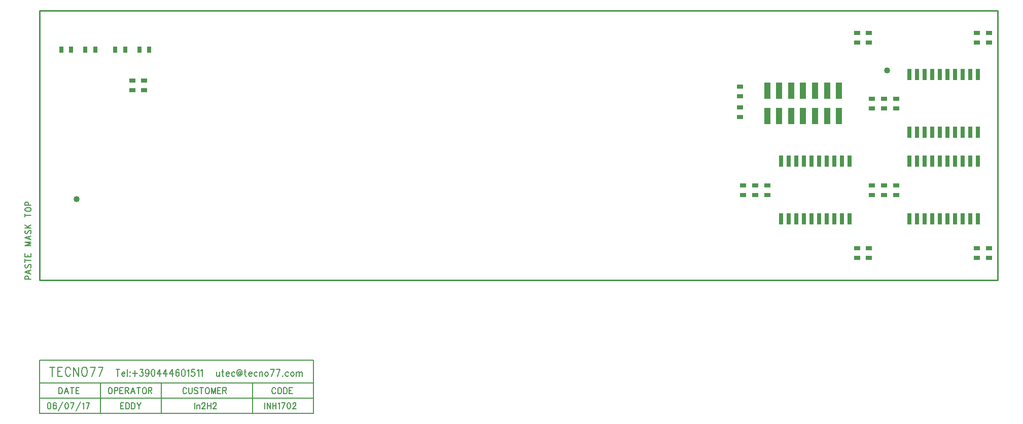
<source format=gbr>
%FSLAX35Y35*%
%MOIN*%
%SFA1.000B1.000*%

G04 Copyright (c) 2015-2018 in2H2 inc.
G04 System developed for in2H2 inc. by Intermotion Technology, Inc.
G04 
G04 Full system RTL, C sources and board design files available at https://github.com/nearist
G04 
G04 in2H2 inc. Team Members:
G04 - Chris McCormick - Algorithm Research and Design
G04 - Matt McCormick - Board Production, System Q/A
G04 
G04 Intermotion Technology Inc. Team Members:
G04 - Mick Fandrich - Project Lead
G04 - Dr. Ludovico Minati - Board Architecture and Design, FPGA Technology Advisor
G04 - Vardan Movsisyan - RTL Team Lead
G04 - Khachatur Gyozalyan - RTL Design
G04 - Tigran Papazyan - RTL Design
G04 - Taron Harutyunyan - RTL Design
G04 - Hayk Ghaltaghchyan - System Software
G04 
G04 Tecno77 S.r.l. Team Members:
G04 - Stefano Aldrigo, Board Layout Design
G04 
G04 We dedicate this project to the memory of Bruce McCormick, an AI pioneer
G04 and advocate, a good friend and father.
G04 
G04 These materials are provided free of charge: you can redistribute them and/or modify  
G04 them under the terms of the GNU General Public License as published by  
G04 the Free Software Foundation, version 3.
G04 
G04 These materials are distributed in the hope that they will be useful, but 
G04 WITHOUT ANY WARRANTY; without even the implied warranty of 
G04 MERCHANTABILITY or FITNESS FOR A PARTICULAR PURPOSE. See the GNU 
G04 General Public License for more details.
G04 In particular, this design should be treated as UNVERIFIED and UNCERTIFIED
G04 
G04 You should have received a copy of the GNU General Public License 
G04 along with this design. If not, see <http://www.gnu.org/licenses/>.

%FSLAX35Y35*%
%MOIN*%
%SFA1.000B1.000*%

%MIA0B0*%
%IPPOS*%
%ADD11C,0.00800*%
%ADD12R,0.04000X0.03000*%
%ADD13R,0.03000X0.04000*%
%ADD16R,0.03937X0.10827*%
%ADD18R,0.02500X0.07500*%
%ADD20C,0.04000*%
%ADD21C,0.00984*%
%ADD25C,0.00700*%
%LNpastemasktop.gb*%
%LPD*%
G54D12*X637402Y262649D03*Y256249D03*X168898Y224753D03*Y231153D03*X662992Y162255D03*Y155855D03*X716142Y262649D03*Y256249D03*X637402Y114517D03*Y120917D03*X716142Y114517D03*Y120917D03*X662992Y219342D03*Y212942D03*X578346Y162255D03*Y155855D03*X560630Y213436D03*Y207036D03*X645276Y256249D03*Y262649D03*X562598Y155855D03*Y162255D03*X570472D03*Y155855D03*X161024Y231153D03*Y224753D03*X647244Y155855D03*Y162255D03*X655118D03*Y155855D03*X724016Y256249D03*Y262649D03*X645276Y120917D03*Y114517D03*X724016Y120917D03*Y114517D03*X647244Y212942D03*Y219342D03*X655118D03*Y212942D03*X560630Y227216D03*Y220816D03*G54D13*X120917Y251575D03*X114517D03*X156350D03*X149950D03*X136665D03*X130265D03*X172098D03*X165698D03*G54D16*X578347Y207776D03*Y224508D03*X586221Y207776D03*Y224508D03*X594095Y207776D03*Y224508D03*X601969Y207776D03*Y224508D03*X609843Y207776D03*Y224508D03*X617717Y207776D03*Y224508D03*X625591Y207776D03*Y224508D03*G54D18*X671988Y197142D03*X676988D03*X681988D03*X686988D03*X691988D03*X696988D03*X701988D03*X706988D03*X711988D03*X716988D03*Y235142D03*X711988D03*X706988D03*X701988D03*X696988D03*X691988D03*X686988D03*X681988D03*X676988D03*X671988D03*X587343Y140055D03*X592343D03*X597343D03*X602343D03*X607343D03*X612343D03*X617343D03*X622343D03*X627343D03*X632343D03*Y178055D03*X627343D03*X622343D03*X617343D03*X612343D03*X607343D03*X602343D03*X597343D03*X592343D03*X587343D03*X671988Y140055D03*X676988D03*X681988D03*X686988D03*X691988D03*X696988D03*X701988D03*X706988D03*X711988D03*X716988D03*Y178055D03*X711988D03*X706988D03*X701988D03*X696988D03*X691988D03*X686988D03*X681988D03*X676988D03*X671988D03*G54D20*X124606Y153150D03*X657087Y237795D03*G54D11*X140000Y32224D02*G01Y12224D01*X180000Y32224D02*G01Y12224D01*X240000Y32224D02*G01Y12224D01*X100000Y47224D02*G01X280000D01*Y12224*X100000*Y47224*Y32224D02*G01X280000D01*X100000Y22224D02*G01X280000D01*X108491Y42662D02*G01Y36624D01*X106900Y42662D02*G01X110082D01*X112127D02*G01Y36624D01*Y42662D02*G01X115082D01*X112127Y39787D02*G01X113945D01*X112127Y36624D02*G01X115082D01*X120536Y41224D02*G01X120309Y41799D01*X119855Y42374*X119400Y42662*X118491*X118036Y42374*X117582Y41799*X117355Y41224*X117127Y40362*Y38924*X117355Y38062*X117582Y37487*X118036Y36912*X118491Y36624*X119400*X119855Y36912*X120309Y37487*X120536Y38062*X122582Y42662D02*G01Y36624D01*Y42662D02*G01X125764Y36624D01*Y42662D02*G01Y36624D01*X129173Y42662D02*G01X128718Y42374D01*X128264Y41799*X128036Y41224*X127809Y40362*Y38924*X128036Y38062*X128264Y37487*X128718Y36912*X129173Y36624*X130082*X130536Y36912*X130991Y37487*X131218Y38062*X131445Y38924*Y40362*X131218Y41224*X130991Y41799*X130536Y42374*X130082Y42662*X129173*X136673D02*G01X134400Y36624D01*X133491Y42662D02*G01X136673D01*X141900D02*G01X139627Y36624D01*X138718Y42662D02*G01X141900D01*G54D21*X100003Y277165D02*G01X729924D01*Y100000*X100003*Y277165*G54D25*X151543Y41037D02*G01Y36574D01*X150350Y41037D02*G01X152736D01*X154270Y38274D02*G01X156316D01*Y38699*X156145Y39124*X155975Y39337*X155634Y39549*X155123*X154782Y39337*X154441Y38912*X154270Y38274*Y37849*X154441Y37212*X154782Y36787*X155123Y36574*X155634*X155975Y36787*X156316Y37212*X157850Y41037D02*G01Y36574D01*X159555Y39549D02*G01X159384Y39337D01*X159555Y39124*X159725Y39337*X159555Y39549*Y36999D02*G01X159384Y36787D01*X159555Y36574*X159725Y36787*X159555Y36999*X162793Y40399D02*G01Y36574D01*X161259Y38487D02*G01X164327D01*X166202Y41037D02*G01X168077D01*X167055Y39337*X167566*X167907Y39124*X168077Y38912*X168248Y38274*Y37849*X168077Y37212*X167736Y36787*X167225Y36574*X166714*X166202Y36787*X166032Y36999*X165861Y37424*X171998Y39549D02*G01X171827Y38912D01*X171486Y38487*X170975Y38274*X170805*X170293Y38487*X169952Y38912*X169782Y39549*Y39762*X169952Y40399*X170293Y40824*X170805Y41037*X170975*X171486Y40824*X171827Y40399*X171998Y39549*Y38487*X171827Y37424*X171486Y36787*X170975Y36574*X170634*X170123Y36787*X169952Y37212*X174555Y41037D02*G01X174043Y40824D01*X173702Y40187*X173532Y39124*Y38487*X173702Y37424*X174043Y36787*X174555Y36574*X174895*X175407Y36787*X175748Y37424*X175918Y38487*Y39124*X175748Y40187*X175407Y40824*X174895Y41037*X174555*X179157D02*G01X177452Y38062D01*X180009*X179157Y41037D02*G01Y36574D01*X183248Y41037D02*G01X181543Y38062D01*X184100*X183248Y41037D02*G01Y36574D01*X187339Y41037D02*G01X185634Y38062D01*X188191*X187339Y41037D02*G01Y36574D01*X191770Y40399D02*G01X191600Y40824D01*X191089Y41037*X190748*X190236Y40824*X189895Y40187*X189725Y39124*Y38062*X189895Y37212*X190236Y36787*X190748Y36574*X190918*X191430Y36787*X191770Y37212*X191941Y37849*Y38062*X191770Y38699*X191430Y39124*X190918Y39337*X190748*X190236Y39124*X189895Y38699*X189725Y38062*X194498Y41037D02*G01X193986Y40824D01*X193645Y40187*X193475Y39124*Y38487*X193645Y37424*X193986Y36787*X194498Y36574*X194839*X195350Y36787*X195691Y37424*X195861Y38487*Y39124*X195691Y40187*X195350Y40824*X194839Y41037*X194498*X197395Y40187D02*G01X197736Y40399D01*X198248Y41037*Y36574*X201998Y41037D02*G01X200293D01*X200123Y39124*X200293Y39337*X200805Y39549*X201316*X201827Y39337*X202168Y38912*X202339Y38274*X202168Y37849*X201998Y37212*X201657Y36787*X201145Y36574*X200634*X200123Y36787*X199952Y36999*X199782Y37424*X203873Y40187D02*G01X204214Y40399D01*X204725Y41037*Y36574*X206259Y40187D02*G01X206600Y40399D01*X207111Y41037*Y36574*X216486Y39549D02*G01Y37424D01*X216657Y36787*X216998Y36574*X217509*X217850Y36787*X218361Y37424*Y39549D02*G01Y36574D01*X220407Y41037D02*G01Y37424D01*X220577Y36787*X220918Y36574*X221259*X219895Y39549D02*G01X221089D01*X222793Y38274D02*G01X224839D01*Y38699*X224668Y39124*X224498Y39337*X224157Y39549*X223645*X223305Y39337*X222964Y38912*X222793Y38274*Y37849*X222964Y37212*X223305Y36787*X223645Y36574*X224157*X224498Y36787*X224839Y37212*X228418Y38912D02*G01X228077Y39337D01*X227736Y39549*X227225*X226884Y39337*X226543Y38912*X226373Y38274*Y37849*X226543Y37212*X226884Y36787*X227225Y36574*X227736*X228077Y36787*X228418Y37212*X232168Y36787D02*G01X231486D01*X230634Y36999*X230293Y37424*X229952Y38274*Y39337*X230293Y40399*X230634Y40824*X232168*X232680Y40399*X233020Y39762*X233191Y38699*X233020Y37849*X232850Y37637*X232168Y37424D02*G01X231998Y37637D01*Y39762*Y39337D02*G01X231657Y39549D01*X231316*X230975Y39337*X230805Y38912*Y38487*X230975Y38062*X231316Y37849*X231657*X231998Y38062*X232168Y37424D02*G01X232680D01*X232850Y37637*X235236Y41037D02*G01Y37424D01*X235407Y36787*X235748Y36574*X236089*X234725Y39549D02*G01X235918D01*X237623Y38274D02*G01X239668D01*Y38699*X239498Y39124*X239327Y39337*X238986Y39549*X238475*X238134Y39337*X237793Y38912*X237623Y38274*Y37849*X237793Y37212*X238134Y36787*X238475Y36574*X238986*X239327Y36787*X239668Y37212*X243248Y38912D02*G01X242907Y39337D01*X242566Y39549*X242055*X241714Y39337*X241373Y38912*X241202Y38274*Y37849*X241373Y37212*X241714Y36787*X242055Y36574*X242566*X242907Y36787*X243248Y37212*X244782Y39549D02*G01Y36574D01*Y38699D02*G01X245293Y39337D01*X245634Y39549*X246145*X246486Y39337*X246657Y38699*Y36574*X249043Y39549D02*G01X248702Y39337D01*X248361Y38912*X248191Y38274*Y37849*X248361Y37212*X248702Y36787*X249043Y36574*X249555*X249895Y36787*X250236Y37212*X250407Y37849*Y38274*X250236Y38912*X249895Y39337*X249555Y39549*X249043*X254327Y41037D02*G01X252623Y36574D01*X251941Y41037D02*G01X254327D01*X258248D02*G01X256543Y36574D01*X255861Y41037D02*G01X258248D01*X259952Y36999D02*G01X259782Y36787D01*X259952Y36574*X260123Y36787*X259952Y36999*X263702Y38912D02*G01X263361Y39337D01*X263020Y39549*X262509*X262168Y39337*X261827Y38912*X261657Y38274*Y37849*X261827Y37212*X262168Y36787*X262509Y36574*X263020*X263361Y36787*X263702Y37212*X266089Y39549D02*G01X265748Y39337D01*X265407Y38912*X265236Y38274*Y37849*X265407Y37212*X265748Y36787*X266089Y36574*X266600*X266941Y36787*X267282Y37212*X267452Y37849*Y38274*X267282Y38912*X266941Y39337*X266600Y39549*X266089*X268986D02*G01Y36574D01*Y38699D02*G01X269498Y39337D01*X269839Y39549*X270350*X270691Y39337*X270861Y38699*Y36574*Y38699D02*G01X271373Y39337D01*X271714Y39549*X272225*X272566Y39337*X272736Y38699*Y36574*X153452Y19209D02*G01Y15074D01*Y19209D02*G01X155520D01*X153452Y17240D02*G01X154725D01*X153452Y15074D02*G01X155520D01*X156952Y19209D02*G01Y15074D01*Y19209D02*G01X158066D01*X158543Y19012*X158861Y18618*X159020Y18224*X159180Y17634*Y16649*X159020Y16059*X158861Y15665*X158543Y15271*X158066Y15074*X156952*X160611Y19209D02*G01Y15074D01*Y19209D02*G01X161725D01*X162202Y19012*X162520Y18618*X162680Y18224*X162839Y17634*Y16649*X162680Y16059*X162520Y15665*X162202Y15271*X161725Y15074*X160611*X164270Y19209D02*G01X165543Y17240D01*Y15074*X166816Y19209D02*G01X165543Y17240D01*X106384Y19209D02*G01X105907Y19012D01*X105589Y18421*X105430Y17437*Y16846*X105589Y15862*X105907Y15271*X106384Y15074*X106702*X107180Y15271*X107498Y15862*X107657Y16846*Y17437*X107498Y18421*X107180Y19012*X106702Y19209*X106384*X110998Y18618D02*G01X110839Y19012D01*X110361Y19209*X110043*X109566Y19012*X109248Y18421*X109089Y17437*Y16453*X109248Y15665*X109566Y15271*X110043Y15074*X110202*X110680Y15271*X110998Y15665*X111157Y16256*Y16453*X110998Y17043*X110680Y17437*X110202Y17634*X110043*X109566Y17437*X109248Y17043*X109089Y16453*X115452Y19996D02*G01X112589Y13696D01*X117839Y19209D02*G01X117361Y19012D01*X117043Y18421*X116884Y17437*Y16846*X117043Y15862*X117361Y15271*X117839Y15074*X118157*X118634Y15271*X118952Y15862*X119111Y16846*Y17437*X118952Y18421*X118634Y19012*X118157Y19209*X117839*X122770D02*G01X121180Y15074D01*X120543Y19209D02*G01X122770D01*X127066Y19996D02*G01X124202Y13696D01*X128498Y18421D02*G01X128816Y18618D01*X129293Y19209*Y15074*X132952Y19209D02*G01X131361Y15074D01*X130725Y19209D02*G01X132952D01*X248248D02*G01Y15074D01*X249680Y19209D02*G01Y15074D01*Y19209D02*G01X251907Y15074D01*Y19209D02*G01Y15074D01*X253339Y19209D02*G01Y15074D01*X255566Y19209D02*G01Y15074D01*X253339Y17240D02*G01X255566D01*X256998Y18421D02*G01X257316Y18618D01*X257793Y19209*Y15074*X261452Y19209D02*G01X259861Y15074D01*X259225Y19209D02*G01X261452D01*X263839D02*G01X263361Y19012D01*X263043Y18421*X262884Y17437*Y16846*X263043Y15862*X263361Y15271*X263839Y15074*X264157*X264634Y15271*X264952Y15862*X265111Y16846*Y17437*X264952Y18421*X264634Y19012*X264157Y19209*X263839*X266702Y18224D02*G01Y18421D01*X266861Y18815*X267020Y19012*X267339Y19209*X267975*X268293Y19012*X268452Y18815*X268611Y18421*Y18028*X268452Y17634*X268134Y17043*X266543Y15074*X268770*X112850Y29209D02*G01Y25074D01*Y29209D02*G01X113964D01*X114441Y29012*X114759Y28618*X114918Y28224*X115077Y27634*Y26649*X114918Y26059*X114759Y25665*X114441Y25271*X113964Y25074*X112850*X117782Y29209D02*G01X116509Y25074D01*X117782Y29209D02*G01X119055Y25074D01*X116986Y26453D02*G01X118577D01*X121600Y29209D02*G01Y25074D01*X120486Y29209D02*G01X122714D01*X124145D02*G01Y25074D01*Y29209D02*G01X126214D01*X124145Y27240D02*G01X125418D01*X124145Y25074D02*G01X126214D01*X146305Y29209D02*G01X145986Y29012D01*X145668Y28618*X145509Y28224*X145350Y27634*Y26649*X145509Y26059*X145668Y25665*X145986Y25271*X146305Y25074*X146941*X147259Y25271*X147577Y25665*X147736Y26059*X147895Y26649*Y27634*X147736Y28224*X147577Y28618*X147259Y29012*X146941Y29209*X146305*X149327D02*G01Y25074D01*Y29209D02*G01X150759D01*X151236Y29012*X151395Y28815*X151555Y28421*Y27831*X151395Y27437*X151236Y27240*X150759Y27043*X149327*X152986Y29209D02*G01Y25074D01*Y29209D02*G01X155055D01*X152986Y27240D02*G01X154259D01*X152986Y25074D02*G01X155055D01*X156486Y29209D02*G01Y25074D01*Y29209D02*G01X157918D01*X158395Y29012*X158555Y28815*X158714Y28421*Y28028*X158555Y27634*X158395Y27437*X157918Y27240*X156486*X157600D02*G01X158714Y25074D01*X161418Y29209D02*G01X160145Y25074D01*X161418Y29209D02*G01X162691Y25074D01*X160623Y26453D02*G01X162214D01*X165236Y29209D02*G01Y25074D01*X164123Y29209D02*G01X166350D01*X168736D02*G01X168418Y29012D01*X168100Y28618*X167941Y28224*X167782Y27634*Y26649*X167941Y26059*X168100Y25665*X168418Y25271*X168736Y25074*X169373*X169691Y25271*X170009Y25665*X170168Y26059*X170327Y26649*Y27634*X170168Y28224*X170009Y28618*X169691Y29012*X169373Y29209*X168736*X171759D02*G01Y25074D01*Y29209D02*G01X173191D01*X173668Y29012*X173827Y28815*X173986Y28421*Y28028*X173827Y27634*X173668Y27437*X173191Y27240*X171759*X172873D02*G01X173986Y25074D01*X196736Y28224D02*G01X196577Y28618D01*X196259Y29012*X195941Y29209*X195305*X194986Y29012*X194668Y28618*X194509Y28224*X194350Y27634*Y26649*X194509Y26059*X194668Y25665*X194986Y25271*X195305Y25074*X195941*X196259Y25271*X196577Y25665*X196736Y26059*X198168Y29209D02*G01Y26256D01*X198327Y25665*X198645Y25271*X199123Y25074*X199441*X199918Y25271*X200236Y25665*X200395Y26256*Y29209*X204055Y28618D02*G01X203736Y29012D01*X203259Y29209*X202623*X202145Y29012*X201827Y28618*Y28224*X201986Y27831*X202145Y27634*X202464Y27437*X203418Y27043*X203736Y26846*X203895Y26649*X204055Y26256*Y25665*X203736Y25271*X203259Y25074*X202623*X202145Y25271*X201827Y25665*X206600Y29209D02*G01Y25074D01*X205486Y29209D02*G01X207714D01*X210100D02*G01X209782Y29012D01*X209464Y28618*X209305Y28224*X209145Y27634*Y26649*X209305Y26059*X209464Y25665*X209782Y25271*X210100Y25074*X210736*X211055Y25271*X211373Y25665*X211532Y26059*X211691Y26649*Y27634*X211532Y28224*X211373Y28618*X211055Y29012*X210736Y29209*X210100*X213123D02*G01Y25074D01*Y29209D02*G01X214395Y25074D01*X215668Y29209D02*G01X214395Y25074D01*X215668Y29209D02*G01Y25074D01*X217100Y29209D02*G01Y25074D01*Y29209D02*G01X219168D01*X217100Y27240D02*G01X218373D01*X217100Y25074D02*G01X219168D01*X220600Y29209D02*G01Y25074D01*Y29209D02*G01X222032D01*X222509Y29012*X222668Y28815*X222827Y28421*Y28028*X222668Y27634*X222509Y27437*X222032Y27240*X220600*X221714D02*G01X222827Y25074D01*X255236Y28224D02*G01X255077Y28618D01*X254759Y29012*X254441Y29209*X253805*X253486Y29012*X253168Y28618*X253009Y28224*X252850Y27634*Y26649*X253009Y26059*X253168Y25665*X253486Y25271*X253805Y25074*X254441*X254759Y25271*X255077Y25665*X255236Y26059*X257623Y29209D02*G01X257305Y29012D01*X256986Y28618*X256827Y28224*X256668Y27634*Y26649*X256827Y26059*X256986Y25665*X257305Y25271*X257623Y25074*X258259*X258577Y25271*X258895Y25665*X259055Y26059*X259214Y26649*Y27634*X259055Y28224*X258895Y28618*X258577Y29012*X258259Y29209*X257623*X260645D02*G01Y25074D01*Y29209D02*G01X261759D01*X262236Y29012*X262555Y28618*X262714Y28224*X262873Y27634*Y26649*X262714Y26059*X262555Y25665*X262236Y25271*X261759Y25074*X260645*X264305Y29209D02*G01Y25074D01*Y29209D02*G01X266373D01*X264305Y27240D02*G01X265577D01*X264305Y25074D02*G01X266373D01*X202191Y19209D02*G01Y15074D01*X203623Y17831D02*G01Y15074D01*Y17043D02*G01X204100Y17634D01*X204418Y17831*X204895*X205214Y17634*X205373Y17043*Y15074*X206964Y18224D02*G01Y18421D01*X207123Y18815*X207282Y19012*X207600Y19209*X208236*X208555Y19012*X208714Y18815*X208873Y18421*Y18028*X208714Y17634*X208395Y17043*X206805Y15074*X209032*X210464Y19209D02*G01Y15074D01*X212691Y19209D02*G01Y15074D01*X210464Y17240D02*G01X212691D01*X214282Y18224D02*G01Y18421D01*X214441Y18815*X214600Y19012*X214918Y19209*X215555*X215873Y19012*X216032Y18815*X216191Y18421*Y18028*X216032Y17634*X215714Y17043*X214123Y15074*X216350*X90516Y100350D02*G01X94650D01*X90516D02*G01Y101782D01*X90712Y102259*Y102259D02*G01X90909Y102418D01*X91303Y102577*X91894*X92287Y102418*Y102418D02*G01X92484Y102259D01*X92681Y101782*Y100350*X90516Y105282D02*G01X94650Y104009D01*X90516Y105282D02*G01X94650Y106555D01*X93272Y104486D02*G01Y106077D01*X91106Y110214D02*G01X90712Y109895D01*Y109895D02*G01X90516Y109418D01*Y108782*X90712Y108305*Y108305D02*G01X91106Y107986D01*X91500*X91894Y108145*X92091Y108305*X92287Y108623*Y108623D02*G01X92681Y109577D01*X92878Y109895*X93075Y110055*X93469Y110214*X94059*X94453Y109895*X94650Y109418*Y108782*X94453Y108305*X94059Y107986*X90516Y112759D02*G01X94650D01*X90516Y111645D02*G01Y113873D01*Y115305D02*G01X94650D01*X90516D02*G01Y117373D01*X92484Y115305D02*G01Y116577D01*X94650Y115305D02*G01Y117373D01*X90516Y122464D02*G01X94650D01*X90516D02*G01X94650Y123736D01*X90516Y125009D02*G01X94650Y123736D01*X90516Y125009D02*G01X94650D01*X90516Y127714D02*G01X94650Y126441D01*X90516Y127714D02*G01X94650Y128986D01*X93272Y126918D02*G01Y128509D01*X91106Y132645D02*G01X90712Y132327D01*Y132327D02*G01X90516Y131850D01*Y131214*X90712Y130736*Y130736D02*G01X91106Y130418D01*X91500*X91894Y130577*X92091Y130736*X92287Y131055*Y131055D02*G01X92681Y132009D01*X92878Y132327*X93075Y132486*X93469Y132645*X94059*X94453Y132327*X94650Y131850*Y131214*X94453Y130736*X94059Y130418*X90516Y134077D02*G01X94650D01*X90516Y136305D02*G01X93272Y134077D01*X92287Y134873D02*G01X94650Y136305D01*X90516Y142509D02*G01X94650D01*X90516Y141395D02*G01Y143623D01*Y146009D02*G01X90712Y145691D01*Y145691D02*G01X91106Y145373D01*X91500Y145214*X92091Y145055*X93075*X93666Y145214*X94059Y145373*X94453Y145691*X94650Y146009*Y146645*X94453Y146964*X94059Y147282*X93666Y147441*X93075Y147600*X92091*X91500Y147441*X91106Y147282*X90712Y146964*Y146964D02*G01X90516Y146645D01*Y146009*Y149032D02*G01X94650D01*X90516D02*G01Y150464D01*X90712Y150941*Y150941D02*G01X90909Y151100D01*X91303Y151259*X91894*X92287Y151100*Y151100D02*G01X92484Y150941D01*X92681Y150464*Y149032*M02*
</source>
